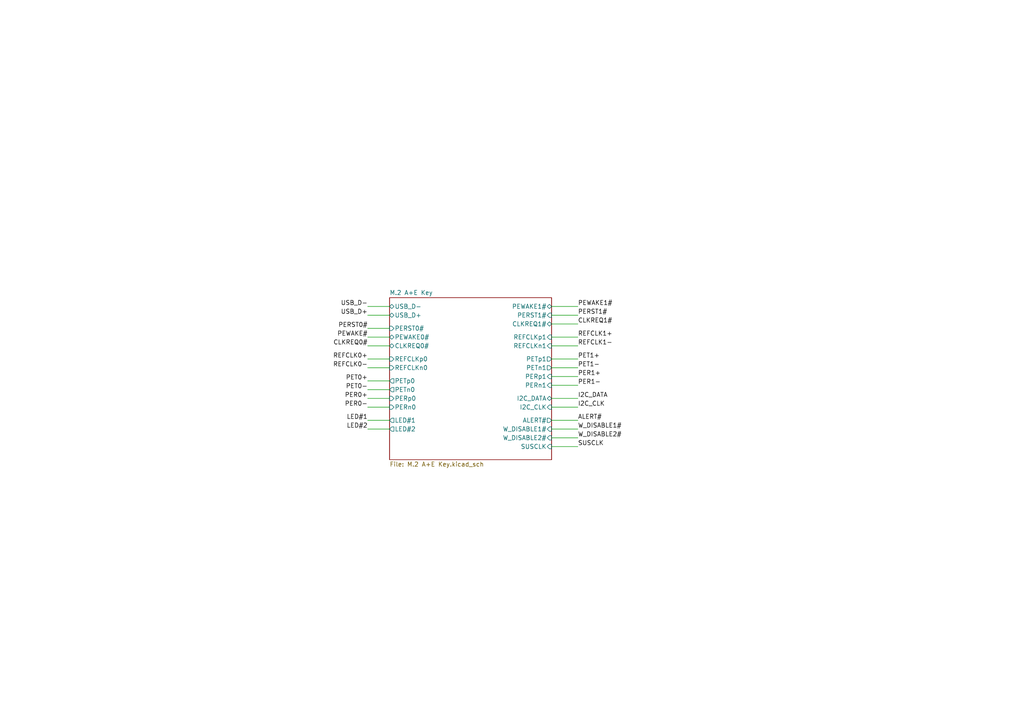
<source format=kicad_sch>
(kicad_sch
	(version 20250114)
	(generator "eeschema")
	(generator_version "9.0")
	(uuid "ee59d129-d1fd-4e23-af39-8d4c9930e3ed")
	(paper "A4")
	(lib_symbols)
	(wire
		(pts
			(xy 159.9876 111.7476) (xy 167.6076 111.7476)
		)
		(stroke
			(width 0)
			(type default)
		)
		(uuid "088ab7a3-e6dc-4f8e-bbc3-62a8de5bd6ca")
	)
	(wire
		(pts
			(xy 159.9876 91.4276) (xy 167.6076 91.4276)
		)
		(stroke
			(width 0)
			(type default)
		)
		(uuid "185cc58f-54d4-4e52-8817-a4deef790070")
	)
	(wire
		(pts
			(xy 159.9876 115.5576) (xy 167.6076 115.5576)
		)
		(stroke
			(width 0)
			(type default)
		)
		(uuid "2aece7df-540d-4807-af68-5cd679660268")
	)
	(wire
		(pts
			(xy 106.6476 110.4776) (xy 112.9976 110.4776)
		)
		(stroke
			(width 0)
			(type default)
		)
		(uuid "3f3f3088-d777-4117-a9d3-0f752d1bf2ce")
	)
	(wire
		(pts
			(xy 159.9876 109.2076) (xy 167.6076 109.2076)
		)
		(stroke
			(width 0)
			(type default)
		)
		(uuid "4fcb168f-7c3a-4e94-be78-0c8c9bad8168")
	)
	(wire
		(pts
			(xy 106.6476 104.1276) (xy 112.9976 104.1276)
		)
		(stroke
			(width 0)
			(type default)
		)
		(uuid "59e3ca16-16dd-496c-a899-9278ca11605e")
	)
	(wire
		(pts
			(xy 106.6476 118.0976) (xy 112.9976 118.0976)
		)
		(stroke
			(width 0)
			(type default)
		)
		(uuid "5c6515ed-0dbd-4254-a0ac-1d3abaed7e46")
	)
	(wire
		(pts
			(xy 106.6476 95.2376) (xy 112.9976 95.2376)
		)
		(stroke
			(width 0)
			(type default)
		)
		(uuid "6200ab87-908c-43df-b55d-1ef1f1311c71")
	)
	(wire
		(pts
			(xy 159.9876 97.7776) (xy 167.6076 97.7776)
		)
		(stroke
			(width 0)
			(type default)
		)
		(uuid "66e57285-5dde-4143-bcfb-b7f42b98ae57")
	)
	(wire
		(pts
			(xy 159.9876 104.1276) (xy 167.6076 104.1276)
		)
		(stroke
			(width 0)
			(type default)
		)
		(uuid "6b79e5a3-0921-424e-93bc-4d65d4079762")
	)
	(wire
		(pts
			(xy 106.6476 115.5576) (xy 112.9976 115.5576)
		)
		(stroke
			(width 0)
			(type default)
		)
		(uuid "6f1dfb32-a033-4e7c-ae14-84fb825a54d5")
	)
	(wire
		(pts
			(xy 159.9876 118.0976) (xy 167.6076 118.0976)
		)
		(stroke
			(width 0)
			(type default)
		)
		(uuid "7750973c-e1dc-4af2-9a9c-aed16ddae08a")
	)
	(wire
		(pts
			(xy 159.9876 93.9676) (xy 167.6076 93.9676)
		)
		(stroke
			(width 0)
			(type default)
		)
		(uuid "8665ce60-4b71-4761-ad7e-34ecc814cc59")
	)
	(wire
		(pts
			(xy 106.6476 124.4476) (xy 112.9976 124.4476)
		)
		(stroke
			(width 0)
			(type default)
		)
		(uuid "87c9cbaa-731d-4e13-9b93-e12b21ef844b")
	)
	(wire
		(pts
			(xy 159.9876 88.8876) (xy 167.6076 88.8876)
		)
		(stroke
			(width 0)
			(type default)
		)
		(uuid "92538396-6b6b-445f-b46f-f4b371dbe555")
	)
	(wire
		(pts
			(xy 106.6476 91.4276) (xy 112.9976 91.4276)
		)
		(stroke
			(width 0)
			(type default)
		)
		(uuid "9ebe5890-4edb-4efd-8392-5ae336a874e5")
	)
	(wire
		(pts
			(xy 106.6476 113.0176) (xy 112.9976 113.0176)
		)
		(stroke
			(width 0)
			(type default)
		)
		(uuid "a6f45b30-1735-41f0-b529-83333ec3e7c8")
	)
	(wire
		(pts
			(xy 159.9876 121.9076) (xy 167.6076 121.9076)
		)
		(stroke
			(width 0)
			(type default)
		)
		(uuid "a82b98f9-311b-4b9e-8ad2-1b8e660ea52c")
	)
	(wire
		(pts
			(xy 159.9876 106.6676) (xy 167.6076 106.6676)
		)
		(stroke
			(width 0)
			(type default)
		)
		(uuid "ae6dfac5-3ab4-481c-a203-f08c7948f754")
	)
	(wire
		(pts
			(xy 106.6476 106.6676) (xy 112.9976 106.6676)
		)
		(stroke
			(width 0)
			(type default)
		)
		(uuid "ba2ddead-d4cc-4b34-8765-01df71d3797b")
	)
	(wire
		(pts
			(xy 159.9876 126.9876) (xy 167.6076 126.9876)
		)
		(stroke
			(width 0)
			(type default)
		)
		(uuid "bcba33ef-ae59-4eb5-af63-67a4fbba577e")
	)
	(wire
		(pts
			(xy 106.6476 88.8876) (xy 112.9976 88.8876)
		)
		(stroke
			(width 0)
			(type default)
		)
		(uuid "c0b4651f-548c-4d73-be45-65d582dc4cad")
	)
	(wire
		(pts
			(xy 159.9876 100.3176) (xy 167.6076 100.3176)
		)
		(stroke
			(width 0)
			(type default)
		)
		(uuid "c994b18a-ac24-4aa4-be55-938089d1ac4c")
	)
	(wire
		(pts
			(xy 159.9876 129.5276) (xy 167.6076 129.5276)
		)
		(stroke
			(width 0)
			(type default)
		)
		(uuid "d05dd8e5-125b-4857-a159-86a769d2902b")
	)
	(wire
		(pts
			(xy 106.6476 97.7776) (xy 112.9976 97.7776)
		)
		(stroke
			(width 0)
			(type default)
		)
		(uuid "e7af70e7-c9fc-40bb-84eb-4da9c8cb5638")
	)
	(wire
		(pts
			(xy 159.9876 124.4476) (xy 167.6076 124.4476)
		)
		(stroke
			(width 0)
			(type default)
		)
		(uuid "e921c292-df1a-4be0-8e78-7da961c6c7fd")
	)
	(wire
		(pts
			(xy 106.6476 100.3176) (xy 112.9976 100.3176)
		)
		(stroke
			(width 0)
			(type default)
		)
		(uuid "ee8103fc-fcd9-4025-94af-b8cff066d031")
	)
	(wire
		(pts
			(xy 106.6476 121.9076) (xy 112.9976 121.9076)
		)
		(stroke
			(width 0)
			(type default)
		)
		(uuid "ef72b987-ac73-434f-aeb8-74e0e4a4878a")
	)
	(label "I2C_CLK"
		(at 167.6076 118.0976 0)
		(effects
			(font
				(size 1.27 1.27)
			)
			(justify left bottom)
		)
		(uuid "046f63bc-66ad-4a16-b93d-d4c5f4bdc1bb")
	)
	(label "PEWAKE#"
		(at 106.6476 97.7776 180)
		(effects
			(font
				(size 1.27 1.27)
			)
			(justify right bottom)
		)
		(uuid "0b75346d-52cc-49fe-ba50-fcb6d546e6e0")
	)
	(label "I2C_DATA"
		(at 167.6076 115.5576 0)
		(effects
			(font
				(size 1.27 1.27)
			)
			(justify left bottom)
		)
		(uuid "17c406ad-be2e-4818-b5c5-5395c1bbf6aa")
	)
	(label "PER0+"
		(at 106.6476 115.5576 180)
		(effects
			(font
				(size 1.27 1.27)
			)
			(justify right bottom)
		)
		(uuid "1b6fcee5-da7f-49a1-b735-e20b2cc87dda")
	)
	(label "W_DISABLE1#"
		(at 167.6076 124.4476 0)
		(effects
			(font
				(size 1.27 1.27)
			)
			(justify left bottom)
		)
		(uuid "1ddba55b-a79d-4575-920a-8607dd3dc903")
	)
	(label "ALERT#"
		(at 167.6076 121.9076 0)
		(effects
			(font
				(size 1.27 1.27)
			)
			(justify left bottom)
		)
		(uuid "2a37986d-5c52-4ad0-959f-27acac2d5ea9")
	)
	(label "REFCLK0-"
		(at 106.6476 106.6676 180)
		(effects
			(font
				(size 1.27 1.27)
			)
			(justify right bottom)
		)
		(uuid "3ab8acfb-4abb-4def-b4a4-34927a42a3ed")
	)
	(label "REFCLK1-"
		(at 167.6076 100.3176 0)
		(effects
			(font
				(size 1.27 1.27)
			)
			(justify left bottom)
		)
		(uuid "3c9e36f5-8d29-48b7-8bac-a60b90e25bc4")
	)
	(label "LED#2"
		(at 106.6476 124.4476 180)
		(effects
			(font
				(size 1.27 1.27)
			)
			(justify right bottom)
		)
		(uuid "4c27f1c9-7ca3-47ef-a16f-cd982450e6fe")
	)
	(label "PERST0#"
		(at 106.6476 95.2376 180)
		(effects
			(font
				(size 1.27 1.27)
			)
			(justify right bottom)
		)
		(uuid "4f227d75-65f2-4ab2-9d76-3b27cafc5896")
	)
	(label "PER0-"
		(at 106.6476 118.0976 180)
		(effects
			(font
				(size 1.27 1.27)
			)
			(justify right bottom)
		)
		(uuid "4f339f10-3fd8-4a38-8ad6-e98116cabbe6")
	)
	(label "PER1-"
		(at 167.6076 111.7476 0)
		(effects
			(font
				(size 1.27 1.27)
			)
			(justify left bottom)
		)
		(uuid "502416a4-7ae9-4e18-a8cc-9fd6af8d8f84")
	)
	(label "LED#1"
		(at 106.6476 121.9076 180)
		(effects
			(font
				(size 1.27 1.27)
			)
			(justify right bottom)
		)
		(uuid "5bce4d9d-b173-47b3-9089-2b50b1a3193f")
	)
	(label "W_DISABLE2#"
		(at 167.6076 126.9876 0)
		(effects
			(font
				(size 1.27 1.27)
			)
			(justify left bottom)
		)
		(uuid "6cda1d08-50ae-4f8b-a0cb-046b41f5f583")
	)
	(label "PET1-"
		(at 167.6076 106.6676 0)
		(effects
			(font
				(size 1.27 1.27)
			)
			(justify left bottom)
		)
		(uuid "719f7851-c030-484e-be25-f942f7501bdc")
	)
	(label "USB_D-"
		(at 106.6476 88.8876 180)
		(effects
			(font
				(size 1.27 1.27)
			)
			(justify right bottom)
		)
		(uuid "753bf61e-9f2c-48c2-990d-614cc782147d")
	)
	(label "PET0-"
		(at 106.6476 113.0176 180)
		(effects
			(font
				(size 1.27 1.27)
			)
			(justify right bottom)
		)
		(uuid "7d6df19a-388b-4fe8-9a1f-2eda2228151d")
	)
	(label "CLKREQ0#"
		(at 106.6476 100.3176 180)
		(effects
			(font
				(size 1.27 1.27)
			)
			(justify right bottom)
		)
		(uuid "7e739160-5452-452a-aced-ee5e3de82db3")
	)
	(label "PER1+"
		(at 167.6076 109.2076 0)
		(effects
			(font
				(size 1.27 1.27)
			)
			(justify left bottom)
		)
		(uuid "958992a2-87fe-410c-9373-ba0ec4874d30")
	)
	(label "PET1+"
		(at 167.6076 104.1276 0)
		(effects
			(font
				(size 1.27 1.27)
			)
			(justify left bottom)
		)
		(uuid "96347f0a-5454-4a88-8263-0a525773b7fd")
	)
	(label "PERST1#"
		(at 167.6076 91.4276 0)
		(effects
			(font
				(size 1.27 1.27)
			)
			(justify left bottom)
		)
		(uuid "a16a7b32-67e7-4165-94c2-0342d256c46a")
	)
	(label "USB_D+"
		(at 106.6476 91.4276 180)
		(effects
			(font
				(size 1.27 1.27)
			)
			(justify right bottom)
		)
		(uuid "b91d78cd-23ef-4f33-a561-9ce6535242e5")
	)
	(label "REFCLK0+"
		(at 106.6476 104.1276 180)
		(effects
			(font
				(size 1.27 1.27)
			)
			(justify right bottom)
		)
		(uuid "bbef21fe-540c-4edd-bc64-df6074ee3a8e")
	)
	(label "REFCLK1+"
		(at 167.6076 97.7776 0)
		(effects
			(font
				(size 1.27 1.27)
			)
			(justify left bottom)
		)
		(uuid "c3e480ee-7014-4ff1-98e1-4803b696f367")
	)
	(label "SUSCLK"
		(at 167.6076 129.5276 0)
		(effects
			(font
				(size 1.27 1.27)
			)
			(justify left bottom)
		)
		(uuid "c9a34de8-9ebd-4ee0-90f1-cd4087acebf7")
	)
	(label "PET0+"
		(at 106.6476 110.4776 180)
		(effects
			(font
				(size 1.27 1.27)
			)
			(justify right bottom)
		)
		(uuid "ca99a612-3c1b-4e04-8529-0874f5226be6")
	)
	(label "PEWAKE1#"
		(at 167.6076 88.8876 0)
		(effects
			(font
				(size 1.27 1.27)
			)
			(justify left bottom)
		)
		(uuid "f120b88f-d691-4bc7-9f75-5d7d32e14946")
	)
	(label "CLKREQ1#"
		(at 167.6076 93.9676 0)
		(effects
			(font
				(size 1.27 1.27)
			)
			(justify left bottom)
		)
		(uuid "f46933ae-bffb-4199-bc3d-dad4914f0e91")
	)
	(sheet
		(at 112.9976 86.3476)
		(size 46.99 46.99)
		(exclude_from_sim no)
		(in_bom yes)
		(on_board yes)
		(dnp no)
		(fields_autoplaced yes)
		(stroke
			(width 0.1524)
			(type solid)
		)
		(fill
			(color 0 0 0 0.0000)
		)
		(uuid "4de00caf-3018-403a-bae9-0b4ca53b99bc")
		(property "Sheetname" "M.2 A+E Key"
			(at 112.9976 85.636 0)
			(effects
				(font
					(size 1.27 1.27)
				)
				(justify left bottom)
			)
		)
		(property "Sheetfile" "M.2 A+E Key.kicad_sch"
			(at 112.9976 133.9222 0)
			(effects
				(font
					(size 1.27 1.27)
				)
				(justify left top)
			)
		)
		(pin "USB_D+" bidirectional
			(at 112.9976 91.4276 180)
			(uuid "373eaa45-5438-4c4d-a33f-1f8203519697")
			(effects
				(font
					(size 1.27 1.27)
				)
				(justify left)
			)
		)
		(pin "USB_D-" bidirectional
			(at 112.9976 88.8876 180)
			(uuid "fe3de0d3-d279-4ccc-9f84-1aded66975a7")
			(effects
				(font
					(size 1.27 1.27)
				)
				(justify left)
			)
		)
		(pin "CLKREQ0#" bidirectional
			(at 112.9976 100.3176 180)
			(uuid "3ac6ae9b-acfe-49d3-8374-85232ffe6e0c")
			(effects
				(font
					(size 1.27 1.27)
				)
				(justify left)
			)
		)
		(pin "PEWAKE0#" bidirectional
			(at 112.9976 97.7776 180)
			(uuid "ebfb6f67-daaf-4986-9a02-14723108a056")
			(effects
				(font
					(size 1.27 1.27)
				)
				(justify left)
			)
		)
		(pin "PERST0#" input
			(at 112.9976 95.2376 180)
			(uuid "cdd6bad4-86d6-4f29-a756-119b603b0c2d")
			(effects
				(font
					(size 1.27 1.27)
				)
				(justify left)
			)
		)
		(pin "REFCLKn0" input
			(at 112.9976 106.6676 180)
			(uuid "8fc84559-14ca-4a0c-8247-5f318aa58859")
			(effects
				(font
					(size 1.27 1.27)
				)
				(justify left)
			)
		)
		(pin "REFCLKp0" input
			(at 112.9976 104.1276 180)
			(uuid "a5953395-c157-4149-ab4e-cedba7fe6c00")
			(effects
				(font
					(size 1.27 1.27)
				)
				(justify left)
			)
		)
		(pin "PETp0" output
			(at 112.9976 110.4776 180)
			(uuid "80c9775b-869f-429e-a7e0-c7c08bfff632")
			(effects
				(font
					(size 1.27 1.27)
				)
				(justify left)
			)
		)
		(pin "PETn0" output
			(at 112.9976 113.0176 180)
			(uuid "6e333e08-8585-4201-a635-2724ef33306e")
			(effects
				(font
					(size 1.27 1.27)
				)
				(justify left)
			)
		)
		(pin "PERp0" input
			(at 112.9976 115.5576 180)
			(uuid "dab0f4c7-a6b0-4520-896d-3d450aba5ac2")
			(effects
				(font
					(size 1.27 1.27)
				)
				(justify left)
			)
		)
		(pin "PERn0" input
			(at 112.9976 118.0976 180)
			(uuid "6879690a-afff-4fd9-8d73-31d9b2cb5129")
			(effects
				(font
					(size 1.27 1.27)
				)
				(justify left)
			)
		)
		(pin "PEWAKE1#" bidirectional
			(at 159.9876 88.8876 0)
			(uuid "9e85ef69-4c91-4811-96ad-a79aae5c4e1b")
			(effects
				(font
					(size 1.27 1.27)
				)
				(justify right)
			)
		)
		(pin "PERST1#" input
			(at 159.9876 91.4276 0)
			(uuid "f35ec2d4-204d-4aa3-8c96-28f03d2dfa06")
			(effects
				(font
					(size 1.27 1.27)
				)
				(justify right)
			)
		)
		(pin "CLKREQ1#" bidirectional
			(at 159.9876 93.9676 0)
			(uuid "79d0ceb8-3139-4db1-abe6-8ed228419d81")
			(effects
				(font
					(size 1.27 1.27)
				)
				(justify right)
			)
		)
		(pin "REFCLKn1" input
			(at 159.9876 100.3176 0)
			(uuid "c219ff8e-0108-447f-9292-e054ff64b8e7")
			(effects
				(font
					(size 1.27 1.27)
				)
				(justify right)
			)
		)
		(pin "REFCLKp1" input
			(at 159.9876 97.7776 0)
			(uuid "4998095f-8f4a-4f12-89a0-e632130db222")
			(effects
				(font
					(size 1.27 1.27)
				)
				(justify right)
			)
		)
		(pin "PETp1" output
			(at 159.9876 104.1276 0)
			(uuid "12d456a1-f823-4269-a4cf-bfb3c0ef9738")
			(effects
				(font
					(size 1.27 1.27)
				)
				(justify right)
			)
		)
		(pin "PETn1" output
			(at 159.9876 106.6676 0)
			(uuid "0e4e5121-3ea6-45c7-83cb-d12248cdee41")
			(effects
				(font
					(size 1.27 1.27)
				)
				(justify right)
			)
		)
		(pin "PERp1" input
			(at 159.9876 109.2076 0)
			(uuid "dc9e23d8-1c29-4319-af03-4103af712ea8")
			(effects
				(font
					(size 1.27 1.27)
				)
				(justify right)
			)
		)
		(pin "PERn1" input
			(at 159.9876 111.7476 0)
			(uuid "d371c7c2-ca08-4162-b3ce-0c4fa1d9b19e")
			(effects
				(font
					(size 1.27 1.27)
				)
				(justify right)
			)
		)
		(pin "I2C_CLK" input
			(at 159.9876 118.0976 0)
			(uuid "bcd52b64-80a2-483c-b096-ba32e6c28736")
			(effects
				(font
					(size 1.27 1.27)
				)
				(justify right)
			)
		)
		(pin "I2C_DATA" bidirectional
			(at 159.9876 115.5576 0)
			(uuid "d95cef26-6bd4-4eaa-98e8-e17e894f6fcf")
			(effects
				(font
					(size 1.27 1.27)
				)
				(justify right)
			)
		)
		(pin "W_DISABLE1#" input
			(at 159.9876 124.4476 0)
			(uuid "12dd5597-edf5-4dea-bccf-ec7a3cf4677c")
			(effects
				(font
					(size 1.27 1.27)
				)
				(justify right)
			)
		)
		(pin "SUSCLK" input
			(at 159.9876 129.5276 0)
			(uuid "cfabc150-6bef-4747-bb65-ff24a829832a")
			(effects
				(font
					(size 1.27 1.27)
				)
				(justify right)
			)
		)
		(pin "W_DISABLE2#" input
			(at 159.9876 126.9876 0)
			(uuid "80c41964-db88-41e5-a2f1-9cd874be1078")
			(effects
				(font
					(size 1.27 1.27)
				)
				(justify right)
			)
		)
		(pin "ALERT#" output
			(at 159.9876 121.9076 0)
			(uuid "8b075f49-94fd-47a5-bacd-98a44d8696c3")
			(effects
				(font
					(size 1.27 1.27)
				)
				(justify right)
			)
		)
		(pin "LED#2" output
			(at 112.9976 124.4476 180)
			(uuid "837eb561-fc3a-4e99-9ec8-125fb33abbda")
			(effects
				(font
					(size 1.27 1.27)
				)
				(justify left)
			)
		)
		(pin "LED#1" output
			(at 112.9976 121.9076 180)
			(uuid "7d273de4-a424-4af0-8ee0-e19e7e012185")
			(effects
				(font
					(size 1.27 1.27)
				)
				(justify left)
			)
		)
		(instances
			(project "M.2 A+E Key 3060"
				(path "/ee59d129-d1fd-4e23-af39-8d4c9930e3ed"
					(page "2")
				)
			)
		)
	)
	(sheet_instances
		(path "/"
			(page "1")
		)
	)
	(embedded_fonts no)
)

</source>
